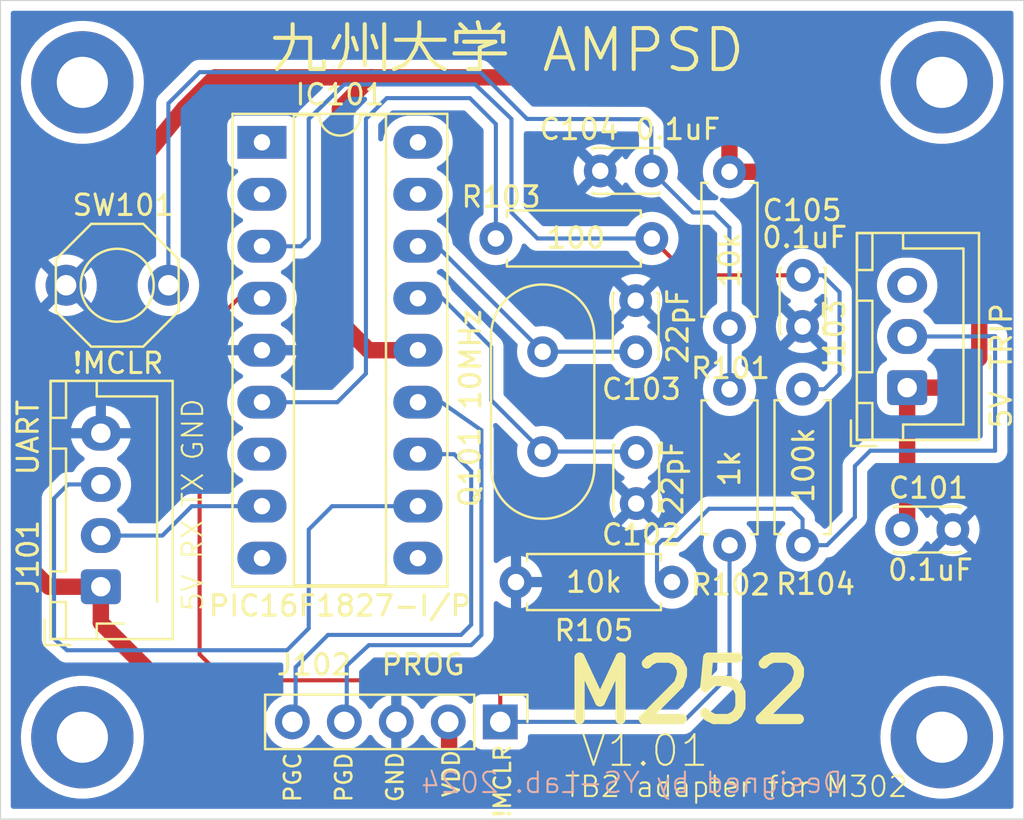
<source format=kicad_pcb>
(kicad_pcb (version 20240108) (generator "pcbnew") (generator_version "8.0")
  (layers (0 "F.Cu" signal) (31 "B.Cu" signal) (34 "B.Paste" user) (35 "F.Paste" user) (36 "B.SilkS" user "B.Silkscreen") (37 "F.SilkS" user "F.Silkscreen") (38 "B.Mask" user) (39 "F.Mask" user) (44 "Edge.Cuts" user))
  (net 0 "")
  (net 1 "+5V")
  (net 2 "GND")
  (net 3 "Net-(IC101-RA6)")
  (net 4 "Net-(IC101-RA7)")
  (net 5 "Net-(C104-Pad1)")
  (net 6 "Net-(IC101-RA4)")
  (net 8 "Net-(IC101-RB6)")
  (net 9 "/TB2_RX")
  (net 11 "Net-(IC101-RB0)")
  (net 15 "/TB2_TX")
  (net 16 "Net-(IC101-RB7)")
  (net 20 "Net-(J103-Pin_2)")
  (net 21 "Net-(IC101-RA5{slash}~{MCLR}{slash}VPP)")
  (footprint "Connector_JST:JST_XH_B4B-XH-AM_1x04_P2.50mm_Vertical" (layer "F.Cu") (at 104.902 88.646 90)
    (property "Reference" "J101" (at 1.448 -3.556 90) (layer "F.SilkS"))
    (property "Value" "UART" (at 7.29 -3.556 90) (layer "F.SilkS"))
    (fp_line (start -1.6 -2.75) (end -2.85 -2.75) (stroke (width 0.12)) (layer "F.SilkS"))
    (fp_line (start -2.85 -2.75) (end -2.85 -1.5) (stroke (width 0.12)) (layer "F.SilkS"))
    (fp_line (start 10.06 -2.46) (end -2.56 -2.46) (stroke (width 0.12)) (layer "F.SilkS"))
    (fp_line (start -2.56 -2.46) (end -2.56 3.51) (stroke (width 0.12)) (layer "F.SilkS"))
    (fp_line (start 10.05 -2.45) (end 8.25 -2.45) (stroke (width 0.12)) (layer "F.SilkS"))
    (fp_line (start 8.25 -2.45) (end 8.25 -1.7) (stroke (width 0.12)) (layer "F.SilkS"))
    (fp_line (start 6.75 -2.45) (end 0.75 -2.45) (stroke (width 0.12)) (layer "F.SilkS"))
    (fp_line (start 0.75 -2.45) (end 0.75 -1.7) (stroke (width 0.12)) (layer "F.SilkS"))
    (fp_line (start -0.75 -2.45) (end -2.55 -2.45) (stroke (width 0.12)) (layer "F.SilkS"))
    (fp_line (start -2.55 -2.45) (end -2.55 -1.7) (stroke (width 0.12)) (layer "F.SilkS"))
    (fp_line (start 10.05 -1.7) (end 10.05 -2.45) (stroke (width 0.12)) (layer "F.SilkS"))
    (fp_line (start 8.25 -1.7) (end 10.05 -1.7) (stroke (width 0.12)) (layer "F.SilkS"))
    (fp_line (start 6.75 -1.7) (end 6.75 -2.45) (stroke (width 0.12)) (layer "F.SilkS"))
    (fp_line (start 0.75 -1.7) (end 6.75 -1.7) (stroke (width 0.12)) (layer "F.SilkS"))
    (fp_line (start -0.75 -1.7) (end -0.75 -2.45) (stroke (width 0.12)) (layer "F.SilkS"))
    (fp_line (start -2.55 -1.7) (end -0.75 -1.7) (stroke (width 0.12)) (layer "F.SilkS"))
    (fp_line (start 10.05 -0.2) (end 9.3 -0.2) (stroke (width 0.12)) (layer "F.SilkS"))
    (fp_line (start 9.3 -0.2) (end 9.3 2.75) (stroke (width 0.12)) (layer "F.SilkS"))
    (fp_line (start -1.8 -0.2) (end -1.8 1.14) (stroke (width 0.12)) (layer "F.SilkS"))
    (fp_line (start -2.55 -0.2) (end -1.8 -0.2) (stroke (width 0.12)) (layer "F.SilkS"))
    (fp_line (start 9.3 2.75) (end 3.75 2.75) (stroke (width 0.12)) (layer "F.SilkS"))
    (fp_line (start 3.75 2.75) (end -0.74 2.75) (stroke (width 0.12)) (layer "F.SilkS"))
    (fp_line (start 10.06 3.51) (end 10.06 -2.46) (stroke (width 0.12)) (layer "F.SilkS"))
    (fp_line (start -2.56 3.51) (end 10.06 3.51) (stroke (width 0.12)) (layer "F.SilkS"))
    (pad "" np_thru_hole circle (at -1.6 2 90) (size 1.2 1.2) (drill 1.2) (layers "*.Cu" "*.Mask"))
    (pad "1" thru_hole roundrect (at 0 0 90) (size 1.7 1.95) (drill 0.95) (layers "*.Cu" "*.Mask") (roundrect_rratio 0.147059) (net 1 "+5V"))
    (pad "2" thru_hole oval (at 2.5 0 90) (size 1.7 1.95) (drill 0.95) (layers "*.Cu" "*.Mask") (net 9 "/TB2_RX"))
    (pad "3" thru_hole oval (at 5 0 90) (size 1.7 1.95) (drill 0.95) (layers "*.Cu" "*.Mask") (net 15 "/TB2_TX"))
    (pad "4" thru_hole oval (at 7.5 0 90) (size 1.7 1.95) (drill 0.95) (layers "*.Cu" "*.Mask") (net 2 "GND"))
  )
  (footprint "Resistor_THT:R_Axial_DIN0207_L6.3mm_D2.5mm_P7.62mm_Horizontal" (layer "F.Cu") (at 135.62 75.99 90)
    (property "Reference" "R101" (at -1.9812 0.0508 0) (layer "F.SilkS"))
    (property "Value" "10k" (at 3.302 0 90) (layer "F.SilkS"))
    (fp_line (start 7.08 -1.37) (end 7.08 -1.04) (stroke (width 0.12)) (layer "F.SilkS"))
    (fp_line (start 0.54 -1.37) (end 7.08 -1.37) (stroke (width 0.12)) (layer "F.SilkS"))
    (fp_line (start 0.54 -1.04) (end 0.54 -1.37) (stroke (width 0.12)) (layer "F.SilkS"))
    (fp_line (start 0.54 1.04) (end 0.54 1.37) (stroke (width 0.12)) (layer "F.SilkS"))
    (fp_line (start 7.08 1.37) (end 7.08 1.04) (stroke (width 0.12)) (layer "F.SilkS"))
    (fp_line (start 0.54 1.37) (end 7.08 1.37) (stroke (width 0.12)) (layer "F.SilkS"))
    (pad "1" thru_hole circle (at 0 0 90) (size 1.6 1.6) (drill 0.8) (layers "*.Cu" "*.Mask") (net 5 "Net-(C104-Pad1)"))
    (pad "2" thru_hole oval (at 7.62 0 90) (size 1.6 1.6) (drill 0.8) (layers "*.Cu" "*.Mask") (net 1 "+5V"))
  )
  (footprint "Capacitor_THT:C_Disc_D3.0mm_W2.0mm_P2.50mm" (layer "F.Cu") (at 131.064 82.082 -90)
    (property "Reference" "C102" (at 4.024 -0.254 180) (layer "F.SilkS"))
    (property "Value" "22pF" (at 1.23 -1.778 90) (layer "F.SilkS"))
    (fp_line (start -0.37 1.12) (end 2.87 1.12) (stroke (width 0.12)) (layer "F.SilkS"))
    (fp_line (start -0.37 1.055) (end -0.37 1.12) (stroke (width 0.12)) (layer "F.SilkS"))
    (fp_line (start 2.87 1.055) (end 2.87 1.12) (stroke (width 0.12)) (layer "F.SilkS"))
    (fp_line (start -0.37 -1.12) (end -0.37 -1.055) (stroke (width 0.12)) (layer "F.SilkS"))
    (fp_line (start -0.37 -1.12) (end 2.87 -1.12) (stroke (width 0.12)) (layer "F.SilkS"))
    (fp_line (start 2.87 -1.12) (end 2.87 -1.055) (stroke (width 0.12)) (layer "F.SilkS"))
    (pad "1" thru_hole circle (at 0 0 270) (size 1.6 1.6) (drill 0.8) (layers "*.Cu" "*.Mask") (net 3 "Net-(IC101-RA6)"))
    (pad "2" thru_hole circle (at 2.5 0 270) (size 1.6 1.6) (drill 0.8) (layers "*.Cu" "*.Mask") (net 2 "GND"))
  )
  (footprint "HOLLY2:TVDT18-050" (layer "F.Cu") (at 105.704 73.914 180)
    (property "Reference" "SW101" (at -0.296 3.914 0) (layer "F.SilkS"))
    (property "Value" "!MCLR" (at -0.04 -3.81 0) (layer "F.SilkS"))
    (fp_line (start 3 1.27) (end 3 -1.27) (stroke (width 0.12)) (layer "F.SilkS"))
    (fp_line (start 3 -1.27) (end 1.27 -3) (stroke (width 0.12)) (layer "F.SilkS"))
    (fp_line (start 1.27 3) (end 3 1.27) (stroke (width 0.12)) (layer "F.SilkS"))
    (fp_line (start 1.27 -3) (end -1.27 -3) (stroke (width 0.12)) (layer "F.SilkS"))
    (fp_line (start -1.27 3) (end 1.27 3) (stroke (width 0.12)) (layer "F.SilkS"))
    (fp_line (start -1.27 -3) (end -3 -1.27) (stroke (width 0.12)) (layer "F.SilkS"))
    (fp_line (start -3 1.27) (end -1.27 3) (stroke (width 0.12)) (layer "F.SilkS"))
    (fp_line (start -3 -1.27) (end -3 1.27) (stroke (width 0.12)) (layer "F.SilkS"))
    (fp_circle (center 0 0) (end 0.127 1.778) (stroke (width 0.12)) (fill none) (layer "F.SilkS"))
    (pad "1" thru_hole circle (at -2.5 0 180) (size 2 2) (drill 1) (layers "*.Cu" "*.Mask") (net 5 "Net-(C104-Pad1)"))
    (pad "2" thru_hole circle (at 2.5 0 180) (size 2 2) (drill 1) (layers "*.Cu" "*.Mask") (net 2 "GND"))
  )
  (footprint "MountingHole:MountingHole_2.5mm_Pad" (layer "F.Cu") (at 104 96)
    (property "Reference" "REF**" (hide yes))
    (property "Value" "MountingHole_2.5mm_Pad" (hide yes))
    (pad "1" thru_hole circle (at 0 0) (size 5 5) (drill 2.5) (layers "*.Cu" "*.Mask"))
  )
  (footprint "Resistor_THT:R_Axial_DIN0207_L6.3mm_D2.5mm_P7.62mm_Horizontal" (layer "F.Cu") (at 139.192 86.614 90)
    (property "Reference" "R104" (at -1.905 0.635 180) (layer "F.SilkS"))
    (property "Value" "100k" (at 3.9116 0.0508 90) (layer "F.SilkS"))
    (fp_line (start 7.08 -1.37) (end 7.08 -1.04) (stroke (width 0.12)) (layer "F.SilkS"))
    (fp_line (start 0.54 -1.37) (end 7.08 -1.37) (stroke (width 0.12)) (layer "F.SilkS"))
    (fp_line (start 0.54 -1.04) (end 0.54 -1.37) (stroke (width 0.12)) (layer "F.SilkS"))
    (fp_line (start 0.54 1.04) (end 0.54 1.37) (stroke (width 0.12)) (layer "F.SilkS"))
    (fp_line (start 7.08 1.37) (end 7.08 1.04) (stroke (width 0.12)) (layer "F.SilkS"))
    (fp_line (start 0.54 1.37) (end 7.08 1.37) (stroke (width 0.12)) (layer "F.SilkS"))
    (pad "1" thru_hole circle (at 0 0 90) (size 1.6 1.6) (drill 0.8) (layers "*.Cu" "*.Mask") (net 20 "Net-(J103-Pin_2)"))
    (pad "2" thru_hole oval (at 7.62 0 90) (size 1.6 1.6) (drill 0.8) (layers "*.Cu" "*.Mask") (net 6 "Net-(IC101-RA4)"))
  )
  (footprint "MountingHole:MountingHole_2.5mm_Pad" (layer "F.Cu") (at 104 64)
    (property "Reference" "REF**" (hide yes))
    (property "Value" "MountingHole_2.5mm_Pad" (hide yes))
    (pad "1" thru_hole circle (at 0 0) (size 5 5) (drill 2.5) (layers "*.Cu" "*.Mask"))
  )
  (footprint "Resistor_THT:R_Axial_DIN0207_L6.3mm_D2.5mm_P7.62mm_Horizontal" (layer "F.Cu") (at 132.81 88.4174 180)
    (property "Reference" "R105" (at 3.81 -2.37 0) (layer "F.SilkS"))
    (property "Value" "10k" (at 3.81 0 0) (layer "F.SilkS"))
    (fp_line (start 7.08 1.37) (end 7.08 1.04) (stroke (width 0.12)) (layer "F.SilkS"))
    (fp_line (start 7.08 -1.37) (end 7.08 -1.04) (stroke (width 0.12)) (layer "F.SilkS"))
    (fp_line (start 0.54 1.37) (end 7.08 1.37) (stroke (width 0.12)) (layer "F.SilkS"))
    (fp_line (start 0.54 1.04) (end 0.54 1.37) (stroke (width 0.12)) (layer "F.SilkS"))
    (fp_line (start 0.54 -1.04) (end 0.54 -1.37) (stroke (width 0.12)) (layer "F.SilkS"))
    (fp_line (start 0.54 -1.37) (end 7.08 -1.37) (stroke (width 0.12)) (layer "F.SilkS"))
    (pad "1" thru_hole circle (at 0 0 180) (size 1.6 1.6) (drill 0.8) (layers "*.Cu" "*.Mask") (net 20 "Net-(J103-Pin_2)"))
    (pad "2" thru_hole oval (at 7.62 0 180) (size 1.6 1.6) (drill 0.8) (layers "*.Cu" "*.Mask") (net 2 "GND"))
  )
  (footprint "Package_DIP:DIP-18_W7.62mm_Socket_LongPads" (layer "F.Cu") (at 112.776 66.929)
    (property "Reference" "IC101" (at 3.81 -2.33 0) (layer "F.SilkS"))
    (property "Value" "PIC16F1827-I/P" (at 3.81 22.65 0) (layer "F.SilkS"))
    (fp_line (start -1.44 -1.39) (end -1.44 21.71) (stroke (width 0.12)) (layer "F.SilkS"))
    (fp_line (start -1.44 21.71) (end 9.06 21.71) (stroke (width 0.12)) (layer "F.SilkS"))
    (fp_line (start 1.56 -1.33) (end 1.56 21.65) (stroke (width 0.12)) (layer "F.SilkS"))
    (fp_line (start 1.56 21.65) (end 6.06 21.65) (stroke (width 0.12)) (layer "F.SilkS"))
    (fp_line (start 2.81 -1.33) (end 1.56 -1.33) (stroke (width 0.12)) (layer "F.SilkS"))
    (fp_line (start 6.06 -1.33) (end 4.81 -1.33) (stroke (width 0.12)) (layer "F.SilkS"))
    (fp_line (start 6.06 21.65) (end 6.06 -1.33) (stroke (width 0.12)) (layer "F.SilkS"))
    (fp_line (start 9.06 -1.39) (end -1.44 -1.39) (stroke (width 0.12)) (layer "F.SilkS"))
    (fp_line (start 9.06 21.71) (end 9.06 -1.39) (stroke (width 0.12)) (layer "F.SilkS"))
    (fp_arc (start 4.81 -1.33) (mid 3.81 -0.33) (end 2.81 -1.33) (stroke (width 0.12)) (layer "F.SilkS"))
    (pad "1" thru_hole rect (at 0 0) (size 2.4 1.6) (drill 0.8) (layers "*.Cu" "*.Mask"))
    (pad "2" thru_hole oval (at 0 2.54) (size 2.4 1.6) (drill 0.8) (layers "*.Cu" "*.Mask"))
    (pad "3" thru_hole oval (at 0 5.08) (size 2.4 1.6) (drill 0.8) (layers "*.Cu" "*.Mask") (net 6 "Net-(IC101-RA4)"))
    (pad "4" thru_hole oval (at 0 7.62) (size 2.4 1.6) (drill 0.8) (layers "*.Cu" "*.Mask") (net 21 "Net-(IC101-RA5{slash}~{MCLR}{slash}VPP)"))
    (pad "5" thru_hole oval (at 0 10.16) (size 2.4 1.6) (drill 0.8) (layers "*.Cu" "*.Mask") (net 2 "GND"))
    (pad "6" thru_hole oval (at 0 12.7) (size 2.4 1.6) (drill 0.8) (layers "*.Cu" "*.Mask") (net 11 "Net-(IC101-RB0)"))
    (pad "7" thru_hole oval (at 0 15.24) (size 2.4 1.6) (drill 0.8) (layers "*.Cu" "*.Mask"))
    (pad "8" thru_hole oval (at 0 17.78) (size 2.4 1.6) (drill 0.8) (layers "*.Cu" "*.Mask") (net 9 "/TB2_RX"))
    (pad "9" thru_hole oval (at 0 20.32) (size 2.4 1.6) (drill 0.8) (layers "*.Cu" "*.Mask"))
    (pad "10" thru_hole oval (at 7.62 20.32) (size 2.4 1.6) (drill 0.8) (layers "*.Cu" "*.Mask"))
    (pad "11" thru_hole oval (at 7.62 17.78) (size 2.4 1.6) (drill 0.8) (layers "*.Cu" "*.Mask") (net 15 "/TB2_TX"))
    (pad "12" thru_hole oval (at 7.62 15.24) (size 2.4 1.6) (drill 0.8) (layers "*.Cu" "*.Mask") (net 8 "Net-(IC101-RB6)"))
    (pad "13" thru_hole oval (at 7.62 12.7) (size 2.4 1.6) (drill 0.8) (layers "*.Cu" "*.Mask") (net 16 "Net-(IC101-RB7)"))
    (pad "14" thru_hole oval (at 7.62 10.16) (size 2.4 1.6) (drill 0.8) (layers "*.Cu" "*.Mask") (net 1 "+5V"))
    (pad "15" thru_hole oval (at 7.62 7.62) (size 2.4 1.6) (drill 0.8) (layers "*.Cu" "*.Mask") (net 3 "Net-(IC101-RA6)"))
    (pad "16" thru_hole oval (at 7.62 5.08) (size 2.4 1.6) (drill 0.8) (layers "*.Cu" "*.Mask") (net 4 "Net-(IC101-RA7)"))
    (pad "17" thru_hole oval (at 7.62 2.54) (size 2.4 1.6) (drill 0.8) (layers "*.Cu" "*.Mask"))
    (pad "18" thru_hole oval (at 7.62 0) (size 2.4 1.6) (drill 0.8) (layers "*.Cu" "*.Mask"))
  )
  (footprint "Capacitor_THT:C_Disc_D3.0mm_W2.0mm_P2.50mm" (layer "F.Cu") (at 146.538 85.852 180)
    (property "Reference" "C101" (at 1.1992 2.032 0) (layer "F.SilkS"))
    (property "Value" "0.1uF" (at 1.0976 -1.9812 0) (layer "F.SilkS"))
    (fp_line (start 2.87 1.055) (end 2.87 1.12) (stroke (width 0.12)) (layer "F.SilkS"))
    (fp_line (start 2.87 -1.12) (end 2.87 -1.055) (stroke (width 0.12)) (layer "F.SilkS"))
    (fp_line (start -0.37 1.12) (end 2.87 1.12) (stroke (width 0.12)) (layer "F.SilkS"))
    (fp_line (start -0.37 1.055) (end -0.37 1.12) (stroke (width 0.12)) (layer "F.SilkS"))
    (fp_line (start -0.37 -1.12) (end 2.87 -1.12) (stroke (width 0.12)) (layer "F.SilkS"))
    (fp_line (start -0.37 -1.12) (end -0.37 -1.055) (stroke (width 0.12)) (layer "F.SilkS"))
    (pad "1" thru_hole circle (at 0 0 180) (size 1.6 1.6) (drill 0.8) (layers "*.Cu" "*.Mask") (net 2 "GND"))
    (pad "2" thru_hole circle (at 2.5 0 180) (size 1.6 1.6) (drill 0.8) (layers "*.Cu" "*.Mask") (net 1 "+5V"))
  )
  (footprint "Crystal:Crystal_HC49-4H_Vertical" (layer "F.Cu") (at 126.492 77.162 -90)
    (property "Reference" "Q101" (at 5.642 3.556 90) (layer "F.SilkS"))
    (property "Value" "10MHz" (at 0.3842 3.5306 90) (layer "F.SilkS"))
    (fp_line (start -0.76 2.525) (end 5.64 2.525) (stroke (width 0.12)) (layer "F.SilkS"))
    (fp_line (start -0.76 -2.525) (end 5.64 -2.525) (stroke (width 0.12)) (layer "F.SilkS"))
    (fp_arc (start -0.76 2.525) (mid -3.285 0) (end -0.76 -2.525) (stroke (width 0.12)) (layer "F.SilkS"))
    (fp_arc (start 5.64 -2.525) (mid 8.165 0) (end 5.64 2.525) (stroke (width 0.12)) (layer "F.SilkS"))
    (pad "1" thru_hole circle (at 0 0 270) (size 1.5 1.5) (drill 0.8) (layers "*.Cu" "*.Mask") (net 4 "Net-(IC101-RA7)"))
    (pad "2" thru_hole circle (at 4.88 0 270) (size 1.5 1.5) (drill 0.8) (layers "*.Cu" "*.Mask") (net 3 "Net-(IC101-RA6)"))
  )
  (footprint "Resistor_THT:R_Axial_DIN0207_L6.3mm_D2.5mm_P7.62mm_Horizontal" (layer "F.Cu") (at 131.826 71.628 180)
    (property "Reference" "R103" (at 7.366 2.032 0) (layer "F.SilkS"))
    (property "Value" "100" (at 3.7084 0.0254 0) (layer "F.SilkS"))
    (fp_line (start 7.08 1.37) (end 7.08 1.04) (stroke (width 0.12)) (layer "F.SilkS"))
    (fp_line (start 7.08 -1.37) (end 7.08 -1.04) (stroke (width 0.12)) (layer "F.SilkS"))
    (fp_line (start 0.54 1.37) (end 7.08 1.37) (stroke (width 0.12)) (layer "F.SilkS"))
    (fp_line (start 0.54 1.04) (end 0.54 1.37) (stroke (width 0.12)) (layer "F.SilkS"))
    (fp_line (start 0.54 -1.04) (end 0.54 -1.37) (stroke (width 0.12)) (layer "F.SilkS"))
    (fp_line (start 0.54 -1.37) (end 7.08 -1.37) (stroke (width 0.12)) (layer "F.SilkS"))
    (pad "1" thru_hole circle (at 0 0 180) (size 1.6 1.6) (drill 0.8) (layers "*.Cu" "*.Mask") (net 6 "Net-(IC101-RA4)"))
    (pad "2" thru_hole oval (at 7.62 0 180) (size 1.6 1.6) (drill 0.8) (layers "*.Cu" "*.Mask") (net 11 "Net-(IC101-RB0)"))
  )
  (footprint "Capacitor_THT:C_Disc_D3.0mm_W2.0mm_P2.50mm" (layer "F.Cu") (at 131.806 68.326 180)
    (property "Reference" "C104" (at 3.536 2.032 0) (layer "F.SilkS"))
    (property "Value" "0.1uF" (at -1.29 2.032 0) (layer "F.SilkS"))
    (fp_line (start 2.87 1.055) (end 2.87 1.12) (stroke (width 0.12)) (layer "F.SilkS"))
    (fp_line (start 2.87 -1.12) (end 2.87 -1.055) (stroke (width 0.12)) (layer "F.SilkS"))
    (fp_line (start -0.37 1.12) (end 2.87 1.12) (stroke (width 0.12)) (layer "F.SilkS"))
    (fp_line (start -0.37 1.055) (end -0.37 1.12) (stroke (width 0.12)) (layer "F.SilkS"))
    (fp_line (start -0.37 -1.12) (end 2.87 -1.12) (stroke (width 0.12)) (layer "F.SilkS"))
    (fp_line (start -0.37 -1.12) (end -0.37 -1.055) (stroke (width 0.12)) (layer "F.SilkS"))
    (pad "1" thru_hole circle (at 0 0 180) (size 1.6 1.6) (drill 0.8) (layers "*.Cu" "*.Mask") (net 5 "Net-(C104-Pad1)"))
    (pad "2" thru_hole circle (at 2.5 0 180) (size 1.6 1.6) (drill 0.8) (layers "*.Cu" "*.Mask") (net 2 "GND"))
  )
  (footprint "Connector_PinHeader_2.54mm:PinHeader_1x05_P2.54mm_Vertical" (layer "F.Cu") (at 124.42 95.25 -90)
    (property "Reference" "J102" (at -2.794 9.104 180) (layer "F.SilkS"))
    (property "Value" "PROG" (at -2.794 3.77 180) (layer "F.SilkS"))
    (fp_line (start -1.33 11.49) (end 1.33 11.49) (stroke (width 0.12)) (layer "F.SilkS"))
    (fp_line (start -1.33 1.27) (end -1.33 11.49) (stroke (width 0.12)) (layer "F.SilkS"))
    (fp_line (start -1.33 1.27) (end 1.33 1.27) (stroke (width 0.12)) (layer "F.SilkS"))
    (fp_line (start 1.33 1.27) (end 1.33 11.49) (stroke (width 0.12)) (layer "F.SilkS"))
    (fp_line (start -1.33 0) (end -1.33 -1.33) (stroke (width 0.12)) (layer "F.SilkS"))
    (fp_line (start -1.33 -1.33) (end 0 -1.33) (stroke (width 0.12)) (layer "F.SilkS"))
    (pad "1" thru_hole rect (at 0 0 270) (size 1.7 1.7) (drill 1) (layers "*.Cu" "*.Mask") (net 21 "Net-(IC101-RA5{slash}~{MCLR}{slash}VPP)"))
    (pad "2" thru_hole oval (at 0 2.54 270) (size 1.7 1.7) (drill 1) (layers "*.Cu" "*.Mask") (net 1 "+5V"))
    (pad "3" thru_hole oval (at 0 5.08 270) (size 1.7 1.7) (drill 1) (layers "*.Cu" "*.Mask") (net 2 "GND"))
    (pad "4" thru_hole oval (at 0 7.62 270) (size 1.7 1.7) (drill 1) (layers "*.Cu" "*.Mask") (net 16 "Net-(IC101-RB7)"))
    (pad "5" thru_hole oval (at 0 10.16 270) (size 1.7 1.7) (drill 1) (layers "*.Cu" "*.Mask") (net 8 "Net-(IC101-RB6)"))
  )
  (footprint "Capacitor_THT:C_Disc_D3.0mm_W2.0mm_P2.50mm" (layer "F.Cu") (at 139.192 73.426 -90)
    (property "Reference" "C105" (at -3.1696 0.0254 180) (layer "F.SilkS"))
    (property "Value" "0.1uF" (at -1.8488 -0.1016 180) (layer "F.SilkS"))
    (fp_line (start -0.37 1.12) (end 2.87 1.12) (stroke (width 0.12)) (layer "F.SilkS"))
    (fp_line (start -0.37 1.055) (end -0.37 1.12) (stroke (width 0.12)) (layer "F.SilkS"))
    (fp_line (start 2.87 1.055) (end 2.87 1.12) (stroke (width 0.12)) (layer "F.SilkS"))
    (fp_line (start -0.37 -1.12) (end -0.37 -1.055) (stroke (width 0.12)) (layer "F.SilkS"))
    (fp_line (start -0.37 -1.12) (end 2.87 -1.12) (stroke (width 0.12)) (layer "F.SilkS"))
    (fp_line (start 2.87 -1.12) (end 2.87 -1.055) (stroke (width 0.12)) (layer "F.SilkS"))
    (pad "1" thru_hole circle (at 0 0 270) (size 1.6 1.6) (drill 0.8) (layers "*.Cu" "*.Mask") (net 6 "Net-(IC101-RA4)"))
    (pad "2" thru_hole circle (at 2.5 0 270) (size 1.6 1.6) (drill 0.8) (layers "*.Cu" "*.Mask") (net 2 "GND"))
  )
  (footprint "MountingHole:MountingHole_2.5mm_Pad" (layer "F.Cu") (at 146 64)
    (property "Reference" "REF**" (hide yes))
    (property "Value" "MountingHole_2.5mm_Pad" (hide yes))
    (pad "1" thru_hole circle (at 0 0) (size 5 5) (drill 2.5) (layers "*.Cu" "*.Mask"))
  )
  (footprint "Resistor_THT:R_Axial_DIN0207_L6.3mm_D2.5mm_P7.62mm_Horizontal" (layer "F.Cu") (at 135.625 86.62 90)
    (property "Reference" "R102" (at -1.9304 0.0508 0) (layer "F.SilkS"))
    (property "Value" "1k" (at 3.7592 0 90) (layer "F.SilkS"))
    (fp_line (start 7.08 -1.37) (end 7.08 -1.04) (stroke (width 0.12)) (layer "F.SilkS"))
    (fp_line (start 0.54 -1.37) (end 7.08 -1.37) (stroke (width 0.12)) (layer "F.SilkS"))
    (fp_line (start 0.54 -1.04) (end 0.54 -1.37) (stroke (width 0.12)) (layer "F.SilkS"))
    (fp_line (start 0.54 1.04) (end 0.54 1.37) (stroke (width 0.12)) (layer "F.SilkS"))
    (fp_line (start 7.08 1.37) (end 7.08 1.04) (stroke (width 0.12)) (layer "F.SilkS"))
    (fp_line (start 0.54 1.37) (end 7.08 1.37) (stroke (width 0.12)) (layer "F.SilkS"))
    (pad "1" thru_hole circle (at 0 0 90) (size 1.6 1.6) (drill 0.8) (layers "*.Cu" "*.Mask") (net 21 "Net-(IC101-RA5{slash}~{MCLR}{slash}VPP)"))
    (pad "2" thru_hole oval (at 7.62 0 90) (size 1.6 1.6) (drill 0.8) (layers "*.Cu" "*.Mask") (net 5 "Net-(C104-Pad1)"))
  )
  (footprint "Connector_JST:JST_XH_B3B-XH-A_1x03_P2.50mm_Vertical" (layer "F.Cu") (at 144.304 78.918 90)
    (property "Reference" "J103" (at 2.5 -3.55 90) (layer "F.SilkS"))
    (property "Value" "TRIP" (at 2.5 4.6 90) (layer "F.SilkS"))
    (fp_line (start -1.6 -2.75) (end -2.85 -2.75) (stroke (width 0.12)) (layer "F.SilkS"))
    (fp_line (start -2.85 -2.75) (end -2.85 -1.5) (stroke (width 0.12)) (layer "F.SilkS"))
    (fp_line (start 7.56 -2.46) (end -2.56 -2.46) (stroke (width 0.12)) (layer "F.SilkS"))
    (fp_line (start -2.56 -2.46) (end -2.56 3.51) (stroke (width 0.12)) (layer "F.SilkS"))
    (fp_line (start 7.55 -2.45) (end 5.75 -2.45) (stroke (width 0.12)) (layer "F.SilkS"))
    (fp_line (start 5.75 -2.45) (end 5.75 -1.7) (stroke (width 0.12)) (layer "F.SilkS"))
    (fp_line (start 4.25 -2.45) (end 0.75 -2.45) (stroke (width 0.12)) (layer "F.SilkS"))
    (fp_line (start 0.75 -2.45) (end 0.75 -1.7) (stroke (width 0.12)) (layer "F.SilkS"))
    (fp_line (start -0.75 -2.45) (end -2.55 -2.45) (stroke (width 0.12)) (layer "F.SilkS"))
    (fp_line (start -2.55 -2.45) (end -2.55 -1.7) (stroke (width 0.12)) (layer "F.SilkS"))
    (fp_line (start 7.55 -1.7) (end 7.55 -2.45) (stroke (width 0.12)) (layer "F.SilkS"))
    (fp_line (start 5.75 -1.7) (end 7.55 -1.7) (stroke (width 0.12)) (layer "F.SilkS"))
    (fp_line (start 4.25 -1.7) (end 4.25 -2.45) (stroke (width 0.12)) (layer "F.SilkS"))
    (fp_line (start 0.75 -1.7) (end 4.25 -1.7) (stroke (width 0.12)) (layer "F.SilkS"))
    (fp_line (start -0.75 -1.7) (end -0.75 -2.45) (stroke (width 0.12)) (layer "F.SilkS"))
    (fp_line (start -2.55 -1.7) (end -0.75 -1.7) (stroke (width 0.12)) (layer "F.SilkS"))
    (fp_line (start 7.55 -0.2) (end 6.8 -0.2) (stroke (width 0.12)) (layer "F.SilkS"))
    (fp_line (start 6.8 -0.2) (end 6.8 2.75) (stroke (width 0.12)) (layer "F.SilkS"))
    (fp_line (start -1.8 -0.2) (end -1.8 2.75) (stroke (width 0.12)) (layer "F.SilkS"))
    (fp_line (start -2.55 -0.2) (end -1.8 -0.2) (stroke (width 0.12)) (layer "F.SilkS"))
    (fp_line (start 6.8 2.75) (end 2.5 2.75) (stroke (width 0.12)) (layer "F.SilkS"))
    (fp_line (start -1.8 2.75) (end 2.5 2.75) (stroke (width 0.12)) (layer "F.SilkS"))
    (fp_line (start 7.56 3.51) (end 7.56 -2.46) (stroke (width 0.12)) (layer "F.SilkS"))
    (fp_line (start -2.56 3.51) (end 7.56 3.51) (stroke (width 0.12)) (layer "F.SilkS"))
    (pad "1" thru_hole roundrect (at 0 0 90) (size 1.7 1.95) (drill 0.95) (layers "*.Cu" "*.Mask") (roundrect_rratio 0.147059) (net 1 "+5V"))
    (pad "2" thru_hole oval (at 2.5 0 90) (size 1.7 1.95) (drill 0.95) (layers "*.Cu" "*.Mask") (net 20 "Net-(J103-Pin_2)"))
    (pad "3" thru_hole oval (at 5 0 90) (size 1.7 1.95) (drill 0.95) (layers "*.Cu" "*.Mask"))
  )
  (footprint "MountingHole:MountingHole_2.5mm_Pad" (layer "F.Cu") (at 146 96)
    (property "Reference" "REF**" (hide yes))
    (property "Value" "MountingHole_2.5mm_Pad" (hide yes))
    (pad "1" thru_hole circle (at 0 0) (size 5 5) (drill 2.5) (layers "*.Cu" "*.Mask"))
  )
  (footprint "Capacitor_THT:C_Disc_D3.0mm_W2.0mm_P2.50mm" (layer "F.Cu") (at 131.0386 77.1652 90)
    (property "Reference" "C103" (at -1.8288 0.2794 180) (layer "F.SilkS"))
    (property "Value" "22pF" (at 1.25 2.0574 90) (layer "F.SilkS"))
    (fp_line (start 2.87 -1.12) (end 2.87 -1.055) (stroke (width 0.12)) (layer "F.SilkS"))
    (fp_line (start -0.37 -1.12) (end 2.87 -1.12) (stroke (width 0.12)) (layer "F.SilkS"))
    (fp_line (start -0.37 -1.12) (end -0.37 -1.055) (stroke (width 0.12)) (layer "F.SilkS"))
    (fp_line (start 2.87 1.055) (end 2.87 1.12) (stroke (width 0.12)) (layer "F.SilkS"))
    (fp_line (start -0.37 1.055) (end -0.37 1.12) (stroke (width 0.12)) (layer "F.SilkS"))
    (fp_line (start -0.37 1.12) (end 2.87 1.12) (stroke (width 0.12)) (layer "F.SilkS"))
    (pad "1" thru_hole circle (at 0 0 90) (size 1.6 1.6) (drill 0.8) (layers "*.Cu" "*.Mask") (net 4 "Net-(IC101-RA7)"))
    (pad "2" thru_hole circle (at 2.5 0 90) (size 1.6 1.6) (drill 0.8) (layers "*.Cu" "*.Mask") (net 2 "GND"))
  )
  (gr_line (start 150 100) (end 100 100) (stroke (width 0.05)) (layer "Edge.Cuts"))
  (gr_line (start 100 100) (end 100 60) (stroke (width 0.05)) (layer "Edge.Cuts"))
  (gr_line (start 100 60) (end 150 60) (stroke (width 0.05)) (layer "Edge.Cuts"))
  (gr_line (start 150 100) (end 150 60) (stroke (width 0.05)) (layer "Edge.Cuts"))
  (gr_text "Designed by YS-Lab. 2024" (at 141.224 98.806 0) (layer "B.SilkS") (effects (font (size 1 1) (thickness 0.1)) (justify left bottom mirror)))
  (gr_text "PGC" (at 114.75 99.25 90) (layer "F.SilkS") (effects (font (size 0.8 0.8) (thickness 0.125)) (justify left bottom)))
  (gr_text "VDD" (at 122.5 99 90) (layer "F.SilkS") (effects (font (size 0.8 0.8) (thickness 0.125)) (justify left bottom)))
  (gr_text "PGD" (at 117.25 99.25 90) (layer "F.SilkS") (effects (font (size 0.8 0.8) (thickness 0.125)) (justify left bottom)))
  (gr_text "TX" (at 109.982 84.836 90) (layer "F.SilkS") (effects (font (size 1 1) (thickness 0.1)) (justify left bottom)))
  (gr_text "M252" (at 127.254 95.504 0) (layer "F.SilkS") (effects (font (size 3 3) (thickness 0.5) (bold yes)) (justify left bottom)))
  (gr_text "GND" (at 109.982 82.55 90) (layer "F.SilkS") (effects (font (size 1 1) (thickness 0.1)) (justify left bottom)))
  (gr_text "九州大学 AMPSD" (at 113 63.6016 0) (layer "F.SilkS") (effects (font (size 2 2) (thickness 0.2)) (justify left bottom)))
  (gr_text "5V" (at 149.479 81 90) (layer "F.SilkS") (effects (font (size 1 1)) (justify left bottom)))
  (gr_text "TB2 adapter for M302" (at 127.5 99 0) (layer "F.SilkS") (effects (font (size 1 1) (thickness 0.1)) (justify left bottom)))
  (gr_text "5V" (at 109.982 89.916 90) (layer "F.SilkS") (effects (font (size 1 1) (thickness 0.1)) (justify left bottom)))
  (gr_text "GND" (at 119.75 99.25 90) (layer "F.SilkS") (effects (font (size 0.8 0.8) (thickness 0.125)) (justify left bottom)))
  (gr_text "V1.01" (at 128.27 97.536 0) (layer "F.SilkS") (effects (font (size 1.5 1.5) (thickness 0.1)) (justify left bottom)))
  (gr_text "RX" (at 109.982 87.376 90) (layer "F.SilkS") (effects (font (size 1 1) (thickness 0.1)) (justify left bottom)))
  (gr_text "!MCLR" (at 125 100 90) (layer "F.SilkS") (effects (font (size 0.8 0.8) (thickness 0.125)) (justify left bottom)))
  (segment (start 105.5 69.5) (end 101.25 69.5) (width 0.8) (layer "F.Cu") (net 1))
  (segment (start 144.304 85.586) (end 144.038 85.852) (width 0.8) (layer "F.Cu") (net 1))
  (segment (start 109 98) (end 121.92 98.044) (width 0.8) (layer "F.Cu") (net 1))
  (segment (start 147.828 77.47) (end 146.38 78.918) (width 0.8) (layer "F.Cu") (net 1))
  (segment (start 135.62 68.37) (end 135.62 65.77) (width 0.8) (layer "F.Cu") (net 1))
  (segment (start 110.49 63.754) (end 108.966 65.278) (width 0.8) (layer "F.Cu") (net 1))
  (segment (start 135.62 65.77) (end 133.604 63.754) (width 0.8) (layer "F.Cu") (net 1))
  (segment (start 118.11 63.754) (end 116.586 65.278) (width 0.8) (layer "F.Cu") (net 1))
  (segment (start 109 98) (end 109 94.5) (width 0.8) (layer "F.Cu") (net 1))
  (segment (start 104.902 90.402) (end 104.902 88.646) (width 0.8) (layer "F.Cu") (net 1))
  (segment (start 133.604 63.754) (end 118.11 63.754) (width 0.8) (layer "F.Cu") (net 1))
  (segment (start 108.966 65.278) (end 105.5 69.5) (width 0.8) (layer "F.Cu") (net 1))
  (segment (start 147.828 72.136) (end 147.828 77.47) (width 0.8) (layer "F.Cu") (net 1))
  (segment (start 138.474 68.37) (end 140.97 70.866) (width 0.8) (layer "F.Cu") (net 1))
  (segment (start 140.97 70.866) (end 146.558 70.866) (width 0.8) (layer "F.Cu") (net 1))
  (segment (start 121.92 98.044) (end 121.92 95.25) (width 0.8) (layer "F.Cu") (net 1))
  (segment (start 101.25 69.5) (end 101.346 87.63) (width 0.8) (layer "F.Cu") (net 1))
  (segment (start 116.586 65.278) (end 116.586 74.422) (width 0.8) (layer "F.Cu") (net 1))
  (segment (start 135.62 68.37) (end 138.474 68.37) (width 0.8) (layer "F.Cu") (net 1))
  (segment (start 102.362 88.646) (end 104.902 88.646) (width 0.8) (layer "F.Cu") (net 1))
  (segment (start 116.586 74.422) (end 116.586 75.692) (width 0.8) (layer "F.Cu") (net 1))
  (segment (start 146.558 70.866) (end 147.828 72.136) (width 0.8) (layer "F.Cu") (net 1))
  (segment (start 101.346 87.63) (end 102.362 88.646) (width 0.8) (layer "F.Cu") (net 1))
  (segment (start 116.586 75.692) (end 117.983 77.089) (width 0.8) (layer "F.Cu") (net 1))
  (segment (start 144.304 78.918) (end 144.304 85.586) (width 0.8) (layer "F.Cu") (net 1))
  (segment (start 117.983 77.089) (end 120.396 77.089) (width 0.8) (layer "F.Cu") (net 1))
  (segment (start 109 94.5) (end 104.902 90.402) (width 0.8) (layer "F.Cu") (net 1))
  (segment (start 146.38 78.918) (end 144.304 78.918) (width 0.8) (layer "F.Cu") (net 1))
  (segment (start 118.11 63.754) (end 110.49 63.754) (width 0.8) (layer "F.Cu") (net 1))
  (segment (start 123.9774 79.5274) (end 126.492 82.042) (width 0.2) (layer "B.Cu") (net 3))
  (segment (start 121.5898 74.549) (end 123.9774 76.9366) (width 0.2) (layer "B.Cu") (net 3))
  (segment (start 123.9774 76.9366) (end 123.9774 79.5274) (width 0.2) (layer "B.Cu") (net 3))
  (segment (start 131.024 82.042) (end 131.064 82.082) (width 0.2) (layer "B.Cu") (net 3))
  (segment (start 126.492 82.042) (end 131.024 82.042) (width 0.2) (layer "B.Cu") (net 3))
  (segment (start 120.396 74.549) (end 121.5898 74.549) (width 0.2) (layer "B.Cu") (net 3))
  (segment (start 121.339 72.009) (end 126.492 77.162) (width 0.2) (layer "B.Cu") (net 4))
  (segment (start 126.492 77.162) (end 131.0354 77.162) (width 0.2) (layer "B.Cu") (net 4))
  (segment (start 131.0354 77.162) (end 131.0386 77.1652) (width 0.2) (layer "B.Cu") (net 4))
  (segment (start 120.396 72.009) (end 121.339 72.009) (width 0.2) (layer "B.Cu") (net 4))
  (segment (start 109.728 63.5) (end 108.204 65.024) (width 0.2) (layer "B.Cu") (net 5))
  (segment (start 131.806 68.326) (end 131.816 68.336) (width 0.2) (layer "B.Cu") (net 5))
  (segment (start 131.806 68.326) (end 131.8 66.4) (width 0.2) (layer "B.Cu") (net 5))
  (segment (start 135.62 75.99) (end 135.62 78.995) (width 0.2) (layer "B.Cu") (net 5))
  (segment (start 133.838 70.358) (end 134.874 70.358) (width 0.2) (layer "B.Cu") (net 5))
  (segment (start 125.73 65.786) (end 123.444 63.5) (width 0.2) (layer "B.Cu") (net 5))
  (segment (start 123.444 63.5) (end 109.728 63.5) (width 0.2) (layer "B.Cu") (net 5))
  (segment (start 135.62 78.995) (end 135.625 79) (width 0.2) (layer "B.Cu") (net 5))
  (segment (start 131.4 65.8) (end 125.73 65.786) (width 0.2) (layer "B.Cu") (net 5))
  (segment (start 131.806 68.326) (end 133.838 70.358) (width 0.2) (layer "B.Cu") (net 5))
  (segment (start 131.4 65.8) (end 131.8 66.2) (width 0.2) (layer "B.Cu") (net 5))
  (segment (start 135.62 71.104) (end 135.62 75.99) (width 0.2) (layer "B.Cu") (net 5))
  (segment (start 131.8 66.2) (end 131.8 66.4) (width 0.2) (layer "B.Cu") (net 5))
  (segment (start 108.204 65.024) (end 108.204 73.914) (width 0.2) (layer "B.Cu") (net 5))
  (segment (start 134.874 70.358) (end 135.62 71.104) (width 0.2) (layer "B.Cu") (net 5))
  (segment (start 131.826 71.628) (end 133.624 73.426) (width 0.2) (layer "F.Cu") (net 6))
  (segment (start 133.624 73.426) (end 139.192 73.426) (width 0.2) (layer "F.Cu") (net 6))
  (segment (start 124.968 70.358) (end 126.238 71.628) (width 0.2) (layer "B.Cu") (net 6))
  (segment (start 116.8 64.1) (end 123.2 64.1) (width 0.2) (layer "B.Cu") (net 6))
  (segment (start 141 78.25) (end 140.256 78.994) (width 0.2) (layer "B.Cu") (net 6))
  (segment (start 112.776 72.009) (end 114.681 72.009) (width 0.2) (layer "B.Cu") (net 6))
  (segment (start 115.062 65.786) (end 116.8 64.1) (width 0.2) (layer "B.Cu") (net 6))
  (segment (start 139.192 73.426) (end 140.176 73.426) (width 0.2) (layer "B.Cu") (net 6))
  (segment (start 140.256 78.994) (end 139.192 78.994) (width 0.2) (layer "B.Cu") (net 6))
  (segment (start 124.968 65.786) (end 124.968 70.358) (width 0.2) (layer "B.Cu") (net 6))
  (segment (start 126.238 71.628) (end 131.826 71.628) (width 0.2) (layer "B.Cu") (net 6))
  (segment (start 114.681 72.009) (end 115.062 71.628) (width 0.2) (layer "B.Cu") (net 6))
  (segment (start 141 74.25) (end 141 78.25) (width 0.2) (layer "B.Cu") (net 6))
  (segment (start 123.2 64.1) (end 124.968 65.786) (width 0.2) (layer "B.Cu") (net 6))
  (segment (start 115.062 71.628) (end 115.062 65.786) (width 0.2) (layer "B.Cu") (net 6))
  (segment (start 140.176 73.426) (end 141 74.25) (width 0.2) (layer "B.Cu") (net 6))
  (segment (start 120.396 82.169) (end 122.169 82.169) (width 0.2) (layer "B.Cu") (net 8))
  (segment (start 123 83) (end 123 90.5) (width 0.2) (layer "B.Cu") (net 8))
  (segment (start 122.5 91) (end 116 91) (width 0.2) (layer "B.Cu") (net 8))
  (segment (start 123 90.5) (end 122.5 91) (width 0.2) (layer "B.Cu") (net 8))
  (segment (start 116 91) (end 114.42 92.58) (width 0.2) (layer "B.Cu") (net 8))
  (segment (start 122.169 82.169) (end 123 83) (width 0.2) (layer "B.Cu") (net 8))
  (segment (start 114.42 92.58) (end 114.42 95.25) (width 0.2) (layer "B.Cu") (net 8))
  (segment (start 107.91 86.146) (end 109.347 84.709) (width 0.2) (layer "B.Cu") (net 9))
  (segment (start 109.347 84.709) (end 112.776 84.709) (width 0.2) (layer "B.Cu") (net 9))
  (segment (start 104.902 86.146) (end 107.91 86.146) (width 0.2) (layer "B.Cu") (net 9))
  (segment (start 112.776 79.629) (end 116.459 79.629) (width 0.2) (layer "B.Cu") (net 11))
  (segment (start 122.936 64.77) (end 124.206 66.04) (width 0.2) (layer "B.Cu") (net 11))
  (segment (start 118.872 64.77) (end 122.936 64.77) (width 0.2) (layer "B.Cu") (net 11))
  (segment (start 124.206 66.04) (end 124.206 71.628) (width 0.2) (layer "B.Cu") (net 11))
  (segment (start 117.856 78.232) (end 117.856 65.786) (width 0.2) (layer "B.Cu") (net 11))
  (segment (start 116.459 79.629) (end 117.856 78.232) (width 0.2) (layer "B.Cu") (net 11))
  (segment (start 117.856 65.786) (end 118.872 64.77) (width 0.2) (layer "B.Cu") (net 11))
  (segment (start 116.205 84.709) (end 115.062 85.852) (width 0.2) (layer "B.Cu") (net 15))
  (segment (start 114 91.75) (end 103.25 91.75) (width 0.2) (layer "B.Cu") (net 15))
  (segment (start 103.25 91.75) (end 102.616 91.186) (width 0.2) (layer "B.Cu") (net 15))
  (segment (start 102.616 84.328) (end 103.298 83.646) (width 0.2) (layer "B.Cu") (net 15))
  (segment (start 115.062 90.678) (end 114 91.75) (width 0.2) (layer "B.Cu") (net 15))
  (segment (start 102.616 91.186) (end 102.616 84.328) (width 0.2) (layer "B.Cu") (net 15))
  (segment (start 115.062 85.852) (end 115.062 90.678) (width 0.2) (layer "B.Cu") (net 15))
  (segment (start 120.396 84.709) (end 116.205 84.709) (width 0.2) (layer "B.Cu") (net 15))
  (segment (start 103.298 83.646) (end 104.902 83.646) (width 0.2) (layer "B.Cu") (net 15))
  (segment (start 120.396 79.629) (end 121.539 79.629) (width 0.2) (layer "B.Cu") (net 16))
  (segment (start 123 91.5) (end 118 91.5) (width 0.2) (layer "B.Cu") (net 16))
  (segment (start 118 91.5) (end 116.92 92.5) (width 0.2) (layer "B.Cu") (net 16))
  (segment (start 123.5 91) (end 123 91.5) (width 0.2) (layer "B.Cu") (net 16))
  (segment (start 121.539 79.629) (end 123.5 81) (width 0.2) (layer "B.Cu") (net 16))
  (segment (start 116.92 92.5) (end 116.92 95.25) (width 0.2) (layer "B.Cu") (net 16))
  (segment (start 123.5 81) (end 123.5 91) (width 0.2) (layer "B.Cu") (net 16))
  (segment (start 141.75 82.75) (end 142.5 82) (width 0.2) (layer "B.Cu") (net 20))
  (segment (start 148.6 82) (end 148.6 76.4) (width 0.2) (layer "B.Cu") (net 20))
  (segment (start 141.75 85.25) (end 141.75 82.75) (width 0.2) (layer "B.Cu") (net 20))
  (segment (start 138.684 84.836) (end 134.62 84.836) (width 0.2) (layer "B.Cu") (net 20))
  (segment (start 147.018 76.418) (end 144.304 76.418) (width 0.2) (layer "B.Cu") (net 20))
  (segment (start 142.5 82) (end 148.6 82) (width 0.2) (layer "B.Cu") (net 20))
  (segment (start 132.08 86.614) (end 132.08 88.4174) (width 0.2) (layer "B.Cu") (net 20))
  (segment (start 134.62 84.836) (end 133.096 86.36) (width 0.2) (layer "B.Cu") (net 20))
  (segment (start 132.334 86.36) (end 132.08 86.614) (width 0.2) (layer "B.Cu") (net 20))
  (segment (start 140.386 86.614) (end 141.75 85.25) (width 0.2) (layer "B.Cu") (net 20))
  (segment (start 139.192 86.614) (end 139.192 85.344) (width 0.2) (layer "B.Cu") (net 20))
  (segment (start 133.096 86.36) (end 132.334 86.36) (width 0.2) (layer "B.Cu") (net 20))
  (segment (start 148.6 76.4) (end 147.018 76.418) (width 0.2) (layer "B.Cu") (net 20))
  (segment (start 139.192 85.344) (end 138.684 84.836) (width 0.2) (layer "B.Cu") (net 20))
  (segment (start 139.192 86.614) (end 140.386 86.614) (width 0.2) (layer "B.Cu") (net 20))
  (segment (start 109.728 91.948) (end 110.998 93.218) (width 0.2) (layer "F.Cu") (net 21))
  (segment (start 111.633 74.549) (end 109.728 76.454) (width 0.2) (layer "F.Cu") (net 21))
  (segment (start 124.42 93.686) (end 124.42 95.25) (width 0.2) (layer "F.Cu") (net 21))
  (segment (start 123.952 93.218) (end 124.42 93.686) (width 0.2) (layer "F.Cu") (net 21))
  (segment (start 110.998 93.218) (end 123.952 93.218) (width 0.2) (layer "F.Cu") (net 21))
  (segment (start 112.776 74.549) (end 111.633 74.549) (width 0.2) (layer "F.Cu") (net 21))
  (segment (start 109.728 76.454) (end 109.728 91.948) (width 0.2) (layer "F.Cu") (net 21))
  (segment (start 124.42 95.25) (end 133.35 95.25) (width 0.2) (layer "B.Cu") (net 21))
  (segment (start 133.35 95.25) (end 135.625 92.975) (width 0.2) (layer "B.Cu") (net 21))
  (segment (start 135.625 92.975) (end 135.625 86.62) (width 0.2) (layer "B.Cu") (net 21))
  (zone (net 2) (net_name "GND") (layer "B.Cu") (connect_pads (clearance 0.5)) (min_thickness 0.25) (fill yes (thermal_gap 0.5) (thermal_bridge_width 0.5))
    (polygon (pts (xy 100.076 60.198) (xy 149.86 60.198) (xy 149.86 100.076) (xy 100.076 100.076)))
  )
)
</source>
